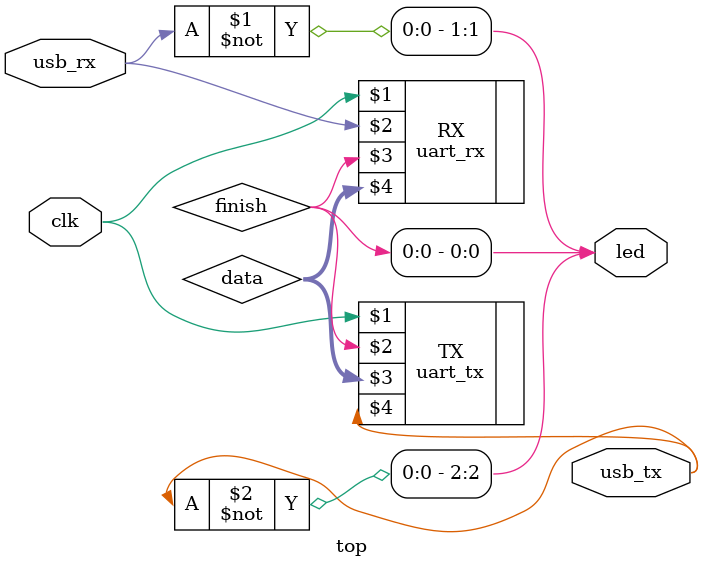
<source format=sv>
module top(
	input        clk,
	input        usb_rx,

	output       usb_tx,
	output [2:0] led
);
	logic       finish;
	logic [7:0] data;

	uart_tx TX (clk, finish, data, usb_tx);
	uart_rx RX (clk, usb_rx, finish, data);

	// Indicator leds
	assign led[0] = finish;
	assign led[1] = ~usb_rx;
	assign led[2] = ~usb_tx;
endmodule


</source>
